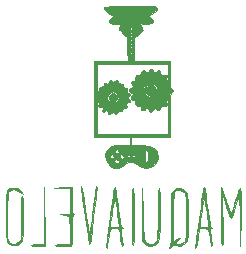
<source format=gbr>
G04 #@! TF.FileFunction,Legend,Bot*
%FSLAX46Y46*%
G04 Gerber Fmt 4.6, Leading zero omitted, Abs format (unit mm)*
G04 Created by KiCad (PCBNEW 4.0.2+dfsg1-stable) date Wed 12 Sep 2018 10:09:28 PM CEST*
%MOMM*%
G01*
G04 APERTURE LIST*
%ADD10C,0.100000*%
%ADD11C,0.010000*%
G04 APERTURE END LIST*
D10*
D11*
G36*
X72785002Y-78747055D02*
X72762865Y-78841183D01*
X72722802Y-79076929D01*
X72668244Y-79429284D01*
X72602619Y-79873239D01*
X72529358Y-80383784D01*
X72451888Y-80935911D01*
X72373639Y-81504611D01*
X72298041Y-82064874D01*
X72228522Y-82591691D01*
X72168511Y-83060054D01*
X72121438Y-83444953D01*
X72090733Y-83721378D01*
X72079823Y-83864322D01*
X72081423Y-83878311D01*
X72132845Y-83844514D01*
X72166248Y-83762880D01*
X72193836Y-83627198D01*
X72235485Y-83376729D01*
X72283470Y-83063959D01*
X72330065Y-82741372D01*
X72367544Y-82461453D01*
X72388181Y-82276686D01*
X72390000Y-82242901D01*
X72465731Y-82223975D01*
X72658443Y-82221615D01*
X72792167Y-82227861D01*
X73194334Y-82253667D01*
X73284389Y-82950500D01*
X73333775Y-83279610D01*
X73385967Y-83542404D01*
X73431757Y-83694692D01*
X73443156Y-83712500D01*
X73468145Y-83670495D01*
X73469279Y-83495885D01*
X73449197Y-83223310D01*
X73410538Y-82887414D01*
X73355940Y-82522838D01*
X73349768Y-82486500D01*
X73337523Y-82284866D01*
X73399599Y-82211639D01*
X73417745Y-82210037D01*
X73488879Y-82193468D01*
X73421915Y-82138294D01*
X73367232Y-82023928D01*
X73366499Y-82020833D01*
X73153210Y-82020833D01*
X73073242Y-82095500D01*
X72850446Y-82126257D01*
X72813334Y-82126667D01*
X72593937Y-82114003D01*
X72496525Y-82058567D01*
X72474563Y-81936167D01*
X72486393Y-81745171D01*
X72518228Y-81449678D01*
X72564370Y-81088376D01*
X72619126Y-80699955D01*
X72676799Y-80323106D01*
X72731696Y-79996518D01*
X72778122Y-79758882D01*
X72810380Y-79648888D01*
X72811442Y-79647519D01*
X72836929Y-79707069D01*
X72877221Y-79899898D01*
X72927292Y-80191117D01*
X72982120Y-80545837D01*
X73036681Y-80929168D01*
X73085948Y-81306221D01*
X73124900Y-81642107D01*
X73148511Y-81901937D01*
X73153210Y-82020833D01*
X73366499Y-82020833D01*
X73301544Y-81746826D01*
X73226002Y-81313150D01*
X73141757Y-80729060D01*
X73102806Y-80430536D01*
X73025443Y-79831623D01*
X72963888Y-79382937D01*
X72914740Y-79066467D01*
X72874598Y-78864199D01*
X72840063Y-78758123D01*
X72807734Y-78730224D01*
X72785002Y-78747055D01*
X72785002Y-78747055D01*
G37*
X72785002Y-78747055D02*
X72762865Y-78841183D01*
X72722802Y-79076929D01*
X72668244Y-79429284D01*
X72602619Y-79873239D01*
X72529358Y-80383784D01*
X72451888Y-80935911D01*
X72373639Y-81504611D01*
X72298041Y-82064874D01*
X72228522Y-82591691D01*
X72168511Y-83060054D01*
X72121438Y-83444953D01*
X72090733Y-83721378D01*
X72079823Y-83864322D01*
X72081423Y-83878311D01*
X72132845Y-83844514D01*
X72166248Y-83762880D01*
X72193836Y-83627198D01*
X72235485Y-83376729D01*
X72283470Y-83063959D01*
X72330065Y-82741372D01*
X72367544Y-82461453D01*
X72388181Y-82276686D01*
X72390000Y-82242901D01*
X72465731Y-82223975D01*
X72658443Y-82221615D01*
X72792167Y-82227861D01*
X73194334Y-82253667D01*
X73284389Y-82950500D01*
X73333775Y-83279610D01*
X73385967Y-83542404D01*
X73431757Y-83694692D01*
X73443156Y-83712500D01*
X73468145Y-83670495D01*
X73469279Y-83495885D01*
X73449197Y-83223310D01*
X73410538Y-82887414D01*
X73355940Y-82522838D01*
X73349768Y-82486500D01*
X73337523Y-82284866D01*
X73399599Y-82211639D01*
X73417745Y-82210037D01*
X73488879Y-82193468D01*
X73421915Y-82138294D01*
X73367232Y-82023928D01*
X73366499Y-82020833D01*
X73153210Y-82020833D01*
X73073242Y-82095500D01*
X72850446Y-82126257D01*
X72813334Y-82126667D01*
X72593937Y-82114003D01*
X72496525Y-82058567D01*
X72474563Y-81936167D01*
X72486393Y-81745171D01*
X72518228Y-81449678D01*
X72564370Y-81088376D01*
X72619126Y-80699955D01*
X72676799Y-80323106D01*
X72731696Y-79996518D01*
X72778122Y-79758882D01*
X72810380Y-79648888D01*
X72811442Y-79647519D01*
X72836929Y-79707069D01*
X72877221Y-79899898D01*
X72927292Y-80191117D01*
X72982120Y-80545837D01*
X73036681Y-80929168D01*
X73085948Y-81306221D01*
X73124900Y-81642107D01*
X73148511Y-81901937D01*
X73153210Y-82020833D01*
X73366499Y-82020833D01*
X73301544Y-81746826D01*
X73226002Y-81313150D01*
X73141757Y-80729060D01*
X73102806Y-80430536D01*
X73025443Y-79831623D01*
X72963888Y-79382937D01*
X72914740Y-79066467D01*
X72874598Y-78864199D01*
X72840063Y-78758123D01*
X72807734Y-78730224D01*
X72785002Y-78747055D01*
G36*
X70544598Y-78844672D02*
X70254771Y-79006666D01*
X70221208Y-79038429D01*
X70007445Y-79252192D01*
X70026510Y-81405778D01*
X70030717Y-82107943D01*
X70029010Y-82657712D01*
X70020721Y-83071941D01*
X70005179Y-83367484D01*
X69981715Y-83561198D01*
X69949660Y-83669938D01*
X69935723Y-83691728D01*
X69855100Y-83823699D01*
X69888910Y-83858556D01*
X70007699Y-83788467D01*
X70073365Y-83728339D01*
X70221161Y-83614035D01*
X70368917Y-83618379D01*
X70473070Y-83660636D01*
X70661135Y-83717998D01*
X70847663Y-83687484D01*
X70997166Y-83623398D01*
X71215003Y-83474169D01*
X71363773Y-83291913D01*
X71375924Y-83264607D01*
X71406181Y-83098716D01*
X71429581Y-82799147D01*
X71446247Y-82396949D01*
X71456298Y-81923172D01*
X71459856Y-81408866D01*
X71459008Y-81250789D01*
X71289334Y-81250789D01*
X71288574Y-81881609D01*
X71285136Y-82365117D01*
X71277283Y-82723329D01*
X71263276Y-82978264D01*
X71241380Y-83151940D01*
X71209855Y-83266374D01*
X71166965Y-83343584D01*
X71120000Y-83396667D01*
X70939748Y-83506666D01*
X70713567Y-83561787D01*
X70509802Y-83553233D01*
X70404895Y-83488713D01*
X70433239Y-83393030D01*
X70565456Y-83260318D01*
X70590243Y-83241613D01*
X70729085Y-83112411D01*
X70765616Y-83016934D01*
X70759678Y-83008122D01*
X70661927Y-83015007D01*
X70511201Y-83118237D01*
X70500376Y-83128222D01*
X70347400Y-83256393D01*
X70248319Y-83311936D01*
X70246710Y-83312000D01*
X70222545Y-83232003D01*
X70204358Y-83010460D01*
X70191865Y-82675044D01*
X70184780Y-82253424D01*
X70182817Y-81773273D01*
X70185689Y-81262263D01*
X70193112Y-80748064D01*
X70204798Y-80258349D01*
X70220463Y-79820789D01*
X70239821Y-79463056D01*
X70262585Y-79212820D01*
X70288470Y-79097754D01*
X70290267Y-79095600D01*
X70471043Y-79013817D01*
X70727954Y-78999933D01*
X70983609Y-79050416D01*
X71134500Y-79134122D01*
X71184036Y-79191121D01*
X71221788Y-79275227D01*
X71249335Y-79408020D01*
X71268255Y-79611078D01*
X71280127Y-79905980D01*
X71286528Y-80314305D01*
X71289039Y-80857632D01*
X71289334Y-81250789D01*
X71459008Y-81250789D01*
X71457043Y-80885079D01*
X71447978Y-80382860D01*
X71432783Y-79933259D01*
X71411579Y-79567326D01*
X71384487Y-79316108D01*
X71360171Y-79221267D01*
X71139217Y-78958702D01*
X70853386Y-78830927D01*
X70544598Y-78844672D01*
X70544598Y-78844672D01*
G37*
X70544598Y-78844672D02*
X70254771Y-79006666D01*
X70221208Y-79038429D01*
X70007445Y-79252192D01*
X70026510Y-81405778D01*
X70030717Y-82107943D01*
X70029010Y-82657712D01*
X70020721Y-83071941D01*
X70005179Y-83367484D01*
X69981715Y-83561198D01*
X69949660Y-83669938D01*
X69935723Y-83691728D01*
X69855100Y-83823699D01*
X69888910Y-83858556D01*
X70007699Y-83788467D01*
X70073365Y-83728339D01*
X70221161Y-83614035D01*
X70368917Y-83618379D01*
X70473070Y-83660636D01*
X70661135Y-83717998D01*
X70847663Y-83687484D01*
X70997166Y-83623398D01*
X71215003Y-83474169D01*
X71363773Y-83291913D01*
X71375924Y-83264607D01*
X71406181Y-83098716D01*
X71429581Y-82799147D01*
X71446247Y-82396949D01*
X71456298Y-81923172D01*
X71459856Y-81408866D01*
X71459008Y-81250789D01*
X71289334Y-81250789D01*
X71288574Y-81881609D01*
X71285136Y-82365117D01*
X71277283Y-82723329D01*
X71263276Y-82978264D01*
X71241380Y-83151940D01*
X71209855Y-83266374D01*
X71166965Y-83343584D01*
X71120000Y-83396667D01*
X70939748Y-83506666D01*
X70713567Y-83561787D01*
X70509802Y-83553233D01*
X70404895Y-83488713D01*
X70433239Y-83393030D01*
X70565456Y-83260318D01*
X70590243Y-83241613D01*
X70729085Y-83112411D01*
X70765616Y-83016934D01*
X70759678Y-83008122D01*
X70661927Y-83015007D01*
X70511201Y-83118237D01*
X70500376Y-83128222D01*
X70347400Y-83256393D01*
X70248319Y-83311936D01*
X70246710Y-83312000D01*
X70222545Y-83232003D01*
X70204358Y-83010460D01*
X70191865Y-82675044D01*
X70184780Y-82253424D01*
X70182817Y-81773273D01*
X70185689Y-81262263D01*
X70193112Y-80748064D01*
X70204798Y-80258349D01*
X70220463Y-79820789D01*
X70239821Y-79463056D01*
X70262585Y-79212820D01*
X70288470Y-79097754D01*
X70290267Y-79095600D01*
X70471043Y-79013817D01*
X70727954Y-78999933D01*
X70983609Y-79050416D01*
X71134500Y-79134122D01*
X71184036Y-79191121D01*
X71221788Y-79275227D01*
X71249335Y-79408020D01*
X71268255Y-79611078D01*
X71280127Y-79905980D01*
X71286528Y-80314305D01*
X71289039Y-80857632D01*
X71289334Y-81250789D01*
X71459008Y-81250789D01*
X71457043Y-80885079D01*
X71447978Y-80382860D01*
X71432783Y-79933259D01*
X71411579Y-79567326D01*
X71384487Y-79316108D01*
X71360171Y-79221267D01*
X71139217Y-78958702D01*
X70853386Y-78830927D01*
X70544598Y-78844672D01*
G36*
X65193539Y-78792342D02*
X65193334Y-78796756D01*
X65181665Y-78892109D01*
X65148707Y-79133263D01*
X65097535Y-79498450D01*
X65031223Y-79965900D01*
X64952847Y-80513842D01*
X64865480Y-81120509D01*
X64850586Y-81223552D01*
X64762792Y-81845009D01*
X64685783Y-82418110D01*
X64622364Y-82919640D01*
X64575341Y-83326388D01*
X64547522Y-83615138D01*
X64541712Y-83762679D01*
X64542723Y-83770295D01*
X64574069Y-83882015D01*
X64589137Y-83878551D01*
X64606142Y-83766238D01*
X64640151Y-83534407D01*
X64684114Y-83231156D01*
X64688431Y-83201218D01*
X64749254Y-82781372D01*
X64798099Y-82500717D01*
X64850200Y-82331310D01*
X64920790Y-82245208D01*
X65025104Y-82214469D01*
X65178376Y-82211152D01*
X65228102Y-82211333D01*
X65410452Y-82216007D01*
X65534024Y-82249307D01*
X65614575Y-82340148D01*
X65667861Y-82517448D01*
X65709638Y-82810122D01*
X65747112Y-83163833D01*
X65787791Y-83449817D01*
X65838595Y-83654793D01*
X65888680Y-83735291D01*
X65889709Y-83735333D01*
X65937889Y-83666674D01*
X65928598Y-83544833D01*
X65896766Y-83363351D01*
X65858279Y-83078125D01*
X65824889Y-82782833D01*
X65799912Y-82466687D01*
X65807705Y-82287690D01*
X65850958Y-82216350D01*
X65876986Y-82211333D01*
X65930676Y-82183709D01*
X65875553Y-82126667D01*
X65631551Y-82126667D01*
X65243109Y-82126667D01*
X65013229Y-82119727D01*
X64873875Y-82102136D01*
X64854667Y-82091119D01*
X64866804Y-81973347D01*
X64899514Y-81731840D01*
X64947248Y-81402581D01*
X65004455Y-81021556D01*
X65065585Y-80624748D01*
X65125089Y-80248142D01*
X65177416Y-79927723D01*
X65217016Y-79699475D01*
X65238339Y-79599382D01*
X65239216Y-79597843D01*
X65274226Y-79629265D01*
X65315910Y-79796217D01*
X65366120Y-80108902D01*
X65426710Y-80577524D01*
X65444802Y-80729667D01*
X65491265Y-81114920D01*
X65536901Y-81474894D01*
X65573869Y-81748254D01*
X65582854Y-81809167D01*
X65631551Y-82126667D01*
X65875553Y-82126667D01*
X65855098Y-82105500D01*
X65798825Y-82014252D01*
X65741989Y-81820783D01*
X65681538Y-81509007D01*
X65614421Y-81062837D01*
X65537587Y-80466185D01*
X65525894Y-80369833D01*
X65461894Y-79866894D01*
X65399541Y-79426952D01*
X65342991Y-79075603D01*
X65296400Y-78838446D01*
X65263922Y-78741078D01*
X65261312Y-78740000D01*
X65193539Y-78792342D01*
X65193539Y-78792342D01*
G37*
X65193539Y-78792342D02*
X65193334Y-78796756D01*
X65181665Y-78892109D01*
X65148707Y-79133263D01*
X65097535Y-79498450D01*
X65031223Y-79965900D01*
X64952847Y-80513842D01*
X64865480Y-81120509D01*
X64850586Y-81223552D01*
X64762792Y-81845009D01*
X64685783Y-82418110D01*
X64622364Y-82919640D01*
X64575341Y-83326388D01*
X64547522Y-83615138D01*
X64541712Y-83762679D01*
X64542723Y-83770295D01*
X64574069Y-83882015D01*
X64589137Y-83878551D01*
X64606142Y-83766238D01*
X64640151Y-83534407D01*
X64684114Y-83231156D01*
X64688431Y-83201218D01*
X64749254Y-82781372D01*
X64798099Y-82500717D01*
X64850200Y-82331310D01*
X64920790Y-82245208D01*
X65025104Y-82214469D01*
X65178376Y-82211152D01*
X65228102Y-82211333D01*
X65410452Y-82216007D01*
X65534024Y-82249307D01*
X65614575Y-82340148D01*
X65667861Y-82517448D01*
X65709638Y-82810122D01*
X65747112Y-83163833D01*
X65787791Y-83449817D01*
X65838595Y-83654793D01*
X65888680Y-83735291D01*
X65889709Y-83735333D01*
X65937889Y-83666674D01*
X65928598Y-83544833D01*
X65896766Y-83363351D01*
X65858279Y-83078125D01*
X65824889Y-82782833D01*
X65799912Y-82466687D01*
X65807705Y-82287690D01*
X65850958Y-82216350D01*
X65876986Y-82211333D01*
X65930676Y-82183709D01*
X65875553Y-82126667D01*
X65631551Y-82126667D01*
X65243109Y-82126667D01*
X65013229Y-82119727D01*
X64873875Y-82102136D01*
X64854667Y-82091119D01*
X64866804Y-81973347D01*
X64899514Y-81731840D01*
X64947248Y-81402581D01*
X65004455Y-81021556D01*
X65065585Y-80624748D01*
X65125089Y-80248142D01*
X65177416Y-79927723D01*
X65217016Y-79699475D01*
X65238339Y-79599382D01*
X65239216Y-79597843D01*
X65274226Y-79629265D01*
X65315910Y-79796217D01*
X65366120Y-80108902D01*
X65426710Y-80577524D01*
X65444802Y-80729667D01*
X65491265Y-81114920D01*
X65536901Y-81474894D01*
X65573869Y-81748254D01*
X65582854Y-81809167D01*
X65631551Y-82126667D01*
X65875553Y-82126667D01*
X65855098Y-82105500D01*
X65798825Y-82014252D01*
X65741989Y-81820783D01*
X65681538Y-81509007D01*
X65614421Y-81062837D01*
X65537587Y-80466185D01*
X65525894Y-80369833D01*
X65461894Y-79866894D01*
X65399541Y-79426952D01*
X65342991Y-79075603D01*
X65296400Y-78838446D01*
X65263922Y-78741078D01*
X65261312Y-78740000D01*
X65193539Y-78792342D01*
G36*
X67599129Y-81054624D02*
X67606334Y-83326914D01*
X67843888Y-83531124D01*
X68094320Y-83696043D01*
X68332029Y-83718258D01*
X68580000Y-83627074D01*
X68727184Y-83539773D01*
X68843137Y-83428596D01*
X68931512Y-83273772D01*
X68995962Y-83055531D01*
X69040138Y-82754101D01*
X69067693Y-82349711D01*
X69082279Y-81822591D01*
X69087549Y-81152969D01*
X69087869Y-80877833D01*
X69084681Y-80228571D01*
X69075408Y-79685083D01*
X69060624Y-79261958D01*
X69040899Y-78973787D01*
X69016807Y-78835158D01*
X69007343Y-78824667D01*
X68982021Y-78906793D01*
X68958595Y-79143019D01*
X68937800Y-79518115D01*
X68920370Y-80016851D01*
X68907042Y-80623998D01*
X68901510Y-81017271D01*
X68892984Y-81688088D01*
X68883590Y-82210318D01*
X68871696Y-82604706D01*
X68855670Y-82891997D01*
X68833880Y-83092936D01*
X68804695Y-83228267D01*
X68766483Y-83318735D01*
X68717612Y-83385086D01*
X68715045Y-83387938D01*
X68477210Y-83542755D01*
X68204469Y-83565702D01*
X67955030Y-83460164D01*
X67841119Y-83337118D01*
X67793886Y-83246875D01*
X67756160Y-83122434D01*
X67726184Y-82942755D01*
X67702203Y-82686803D01*
X67682460Y-82333540D01*
X67665200Y-81861930D01*
X67648667Y-81250935D01*
X67641462Y-80945285D01*
X67591924Y-78782333D01*
X67599129Y-81054624D01*
X67599129Y-81054624D01*
G37*
X67599129Y-81054624D02*
X67606334Y-83326914D01*
X67843888Y-83531124D01*
X68094320Y-83696043D01*
X68332029Y-83718258D01*
X68580000Y-83627074D01*
X68727184Y-83539773D01*
X68843137Y-83428596D01*
X68931512Y-83273772D01*
X68995962Y-83055531D01*
X69040138Y-82754101D01*
X69067693Y-82349711D01*
X69082279Y-81822591D01*
X69087549Y-81152969D01*
X69087869Y-80877833D01*
X69084681Y-80228571D01*
X69075408Y-79685083D01*
X69060624Y-79261958D01*
X69040899Y-78973787D01*
X69016807Y-78835158D01*
X69007343Y-78824667D01*
X68982021Y-78906793D01*
X68958595Y-79143019D01*
X68937800Y-79518115D01*
X68920370Y-80016851D01*
X68907042Y-80623998D01*
X68901510Y-81017271D01*
X68892984Y-81688088D01*
X68883590Y-82210318D01*
X68871696Y-82604706D01*
X68855670Y-82891997D01*
X68833880Y-83092936D01*
X68804695Y-83228267D01*
X68766483Y-83318735D01*
X68717612Y-83385086D01*
X68715045Y-83387938D01*
X68477210Y-83542755D01*
X68204469Y-83565702D01*
X67955030Y-83460164D01*
X67841119Y-83337118D01*
X67793886Y-83246875D01*
X67756160Y-83122434D01*
X67726184Y-82942755D01*
X67702203Y-82686803D01*
X67682460Y-82333540D01*
X67665200Y-81861930D01*
X67648667Y-81250935D01*
X67641462Y-80945285D01*
X67591924Y-78782333D01*
X67599129Y-81054624D01*
G36*
X60896500Y-78757039D02*
X60155667Y-78774077D01*
X60811834Y-78802933D01*
X61468000Y-78831789D01*
X61468000Y-81026000D01*
X61065834Y-81038716D01*
X60663667Y-81051433D01*
X61044667Y-81102216D01*
X61425667Y-81153000D01*
X61449158Y-82359500D01*
X61472650Y-83566000D01*
X60830328Y-83566000D01*
X60487432Y-83576172D01*
X60286511Y-83605401D01*
X60240334Y-83650667D01*
X60343365Y-83689519D01*
X60562927Y-83717105D01*
X60846524Y-83732317D01*
X61141657Y-83734053D01*
X61395832Y-83721205D01*
X61556550Y-83692669D01*
X61580889Y-83678889D01*
X61600781Y-83578470D01*
X61617600Y-83340043D01*
X61629993Y-82994925D01*
X61636605Y-82574433D01*
X61637334Y-82373611D01*
X61641640Y-81846701D01*
X61655510Y-81471499D01*
X61680372Y-81230578D01*
X61717655Y-81106506D01*
X61743167Y-81082073D01*
X61805559Y-81043819D01*
X61743167Y-81032684D01*
X61697679Y-80983445D01*
X61666179Y-80829970D01*
X61646947Y-80553572D01*
X61638262Y-80135562D01*
X61637334Y-79883000D01*
X61637334Y-78740000D01*
X60896500Y-78757039D01*
X60896500Y-78757039D01*
G37*
X60896500Y-78757039D02*
X60155667Y-78774077D01*
X60811834Y-78802933D01*
X61468000Y-78831789D01*
X61468000Y-81026000D01*
X61065834Y-81038716D01*
X60663667Y-81051433D01*
X61044667Y-81102216D01*
X61425667Y-81153000D01*
X61449158Y-82359500D01*
X61472650Y-83566000D01*
X60830328Y-83566000D01*
X60487432Y-83576172D01*
X60286511Y-83605401D01*
X60240334Y-83650667D01*
X60343365Y-83689519D01*
X60562927Y-83717105D01*
X60846524Y-83732317D01*
X61141657Y-83734053D01*
X61395832Y-83721205D01*
X61556550Y-83692669D01*
X61580889Y-83678889D01*
X61600781Y-83578470D01*
X61617600Y-83340043D01*
X61629993Y-82994925D01*
X61636605Y-82574433D01*
X61637334Y-82373611D01*
X61641640Y-81846701D01*
X61655510Y-81471499D01*
X61680372Y-81230578D01*
X61717655Y-81106506D01*
X61743167Y-81082073D01*
X61805559Y-81043819D01*
X61743167Y-81032684D01*
X61697679Y-80983445D01*
X61666179Y-80829970D01*
X61646947Y-80553572D01*
X61638262Y-80135562D01*
X61637334Y-79883000D01*
X61637334Y-78740000D01*
X60896500Y-78757039D01*
G36*
X59287886Y-81131833D02*
X59264070Y-83566000D01*
X58715035Y-83566000D01*
X58427966Y-83577988D01*
X58231480Y-83609733D01*
X58166000Y-83650667D01*
X58244310Y-83694098D01*
X58454196Y-83724110D01*
X58758092Y-83735333D01*
X59351334Y-83735333D01*
X59311702Y-78697667D01*
X59287886Y-81131833D01*
X59287886Y-81131833D01*
G37*
X59287886Y-81131833D02*
X59264070Y-83566000D01*
X58715035Y-83566000D01*
X58427966Y-83577988D01*
X58231480Y-83609733D01*
X58166000Y-83650667D01*
X58244310Y-83694098D01*
X58454196Y-83724110D01*
X58758092Y-83735333D01*
X59351334Y-83735333D01*
X59311702Y-78697667D01*
X59287886Y-81131833D01*
G36*
X74280724Y-78821158D02*
X74272040Y-79050599D01*
X74264578Y-79407276D01*
X74258661Y-79870138D01*
X74254611Y-80418137D01*
X74252752Y-81030224D01*
X74252667Y-81195333D01*
X74254664Y-81959913D01*
X74260959Y-82566636D01*
X74272008Y-83026936D01*
X74288266Y-83352245D01*
X74310191Y-83553998D01*
X74338236Y-83643628D01*
X74350573Y-83650667D01*
X74381536Y-83604825D01*
X74402505Y-83458318D01*
X74413729Y-83197674D01*
X74415457Y-82809423D01*
X74407938Y-82280091D01*
X74391422Y-81596208D01*
X74389708Y-81534000D01*
X74375275Y-80955563D01*
X74365466Y-80437390D01*
X74360456Y-80002132D01*
X74360416Y-79672443D01*
X74365520Y-79470975D01*
X74373555Y-79417333D01*
X74413604Y-79493180D01*
X74491613Y-79699954D01*
X74596505Y-80006501D01*
X74717206Y-80381671D01*
X74723035Y-80400319D01*
X74845244Y-80770025D01*
X74955586Y-81064088D01*
X75042465Y-81254244D01*
X75094288Y-81312227D01*
X75096414Y-81310486D01*
X75148952Y-81203691D01*
X75238378Y-80972697D01*
X75350787Y-80654838D01*
X75438849Y-80391000D01*
X75558029Y-80032110D01*
X75662062Y-79731301D01*
X75737592Y-79526492D01*
X75766883Y-79459667D01*
X75782591Y-79517071D01*
X75799868Y-79722504D01*
X75817724Y-80054683D01*
X75835165Y-80492323D01*
X75851202Y-81014140D01*
X75863528Y-81534000D01*
X75908056Y-83693000D01*
X75927028Y-81199567D01*
X75929671Y-80539412D01*
X75927291Y-79959384D01*
X75920285Y-79476717D01*
X75909045Y-79108644D01*
X75893965Y-78872401D01*
X75875440Y-78785221D01*
X75871880Y-78786567D01*
X75818001Y-78894750D01*
X75726140Y-79129788D01*
X75609170Y-79457022D01*
X75480334Y-79840667D01*
X75351882Y-80224337D01*
X75236697Y-80549498D01*
X75147362Y-80781849D01*
X75096460Y-80887090D01*
X75096421Y-80887133D01*
X75048658Y-80838229D01*
X74963261Y-80653917D01*
X74851036Y-80361047D01*
X74722790Y-79986470D01*
X74678941Y-79849967D01*
X74549024Y-79447272D01*
X74435227Y-79109773D01*
X74347789Y-78866712D01*
X74296948Y-78747328D01*
X74290308Y-78740000D01*
X74280724Y-78821158D01*
X74280724Y-78821158D01*
G37*
X74280724Y-78821158D02*
X74272040Y-79050599D01*
X74264578Y-79407276D01*
X74258661Y-79870138D01*
X74254611Y-80418137D01*
X74252752Y-81030224D01*
X74252667Y-81195333D01*
X74254664Y-81959913D01*
X74260959Y-82566636D01*
X74272008Y-83026936D01*
X74288266Y-83352245D01*
X74310191Y-83553998D01*
X74338236Y-83643628D01*
X74350573Y-83650667D01*
X74381536Y-83604825D01*
X74402505Y-83458318D01*
X74413729Y-83197674D01*
X74415457Y-82809423D01*
X74407938Y-82280091D01*
X74391422Y-81596208D01*
X74389708Y-81534000D01*
X74375275Y-80955563D01*
X74365466Y-80437390D01*
X74360456Y-80002132D01*
X74360416Y-79672443D01*
X74365520Y-79470975D01*
X74373555Y-79417333D01*
X74413604Y-79493180D01*
X74491613Y-79699954D01*
X74596505Y-80006501D01*
X74717206Y-80381671D01*
X74723035Y-80400319D01*
X74845244Y-80770025D01*
X74955586Y-81064088D01*
X75042465Y-81254244D01*
X75094288Y-81312227D01*
X75096414Y-81310486D01*
X75148952Y-81203691D01*
X75238378Y-80972697D01*
X75350787Y-80654838D01*
X75438849Y-80391000D01*
X75558029Y-80032110D01*
X75662062Y-79731301D01*
X75737592Y-79526492D01*
X75766883Y-79459667D01*
X75782591Y-79517071D01*
X75799868Y-79722504D01*
X75817724Y-80054683D01*
X75835165Y-80492323D01*
X75851202Y-81014140D01*
X75863528Y-81534000D01*
X75908056Y-83693000D01*
X75927028Y-81199567D01*
X75929671Y-80539412D01*
X75927291Y-79959384D01*
X75920285Y-79476717D01*
X75909045Y-79108644D01*
X75893965Y-78872401D01*
X75875440Y-78785221D01*
X75871880Y-78786567D01*
X75818001Y-78894750D01*
X75726140Y-79129788D01*
X75609170Y-79457022D01*
X75480334Y-79840667D01*
X75351882Y-80224337D01*
X75236697Y-80549498D01*
X75147362Y-80781849D01*
X75096460Y-80887090D01*
X75096421Y-80887133D01*
X75048658Y-80838229D01*
X74963261Y-80653917D01*
X74851036Y-80361047D01*
X74722790Y-79986470D01*
X74678941Y-79849967D01*
X74549024Y-79447272D01*
X74435227Y-79109773D01*
X74347789Y-78866712D01*
X74296948Y-78747328D01*
X74290308Y-78740000D01*
X74280724Y-78821158D01*
G36*
X66774354Y-78847857D02*
X66752060Y-79080369D01*
X66735199Y-79477605D01*
X66723849Y-80037302D01*
X66718092Y-80757196D01*
X66717334Y-81190336D01*
X66720213Y-81973462D01*
X66728715Y-82614153D01*
X66742638Y-83106543D01*
X66761780Y-83444765D01*
X66785940Y-83622953D01*
X66802000Y-83650667D01*
X66829182Y-83567041D01*
X66851372Y-83320196D01*
X66868359Y-82916176D01*
X66879930Y-82361027D01*
X66885872Y-81660795D01*
X66886667Y-81242663D01*
X66883701Y-80488968D01*
X66875023Y-79860370D01*
X66860965Y-79366501D01*
X66841859Y-79016996D01*
X66818035Y-78821489D01*
X66802000Y-78782333D01*
X66774354Y-78847857D01*
X66774354Y-78847857D01*
G37*
X66774354Y-78847857D02*
X66752060Y-79080369D01*
X66735199Y-79477605D01*
X66723849Y-80037302D01*
X66718092Y-80757196D01*
X66717334Y-81190336D01*
X66720213Y-81973462D01*
X66728715Y-82614153D01*
X66742638Y-83106543D01*
X66761780Y-83444765D01*
X66785940Y-83622953D01*
X66802000Y-83650667D01*
X66829182Y-83567041D01*
X66851372Y-83320196D01*
X66868359Y-82916176D01*
X66879930Y-82361027D01*
X66885872Y-81660795D01*
X66886667Y-81242663D01*
X66883701Y-80488968D01*
X66875023Y-79860370D01*
X66860965Y-79366501D01*
X66841859Y-79016996D01*
X66818035Y-78821489D01*
X66802000Y-78782333D01*
X66774354Y-78847857D01*
G36*
X56526634Y-78828838D02*
X56371269Y-78853714D01*
X56253903Y-78917836D01*
X56169208Y-79039745D01*
X56111856Y-79237983D01*
X56076519Y-79531090D01*
X56057872Y-79937609D01*
X56050586Y-80476080D01*
X56049334Y-81165045D01*
X56049334Y-81177405D01*
X56051618Y-81859858D01*
X56060097Y-82393425D01*
X56077208Y-82798509D01*
X56105390Y-83095515D01*
X56147083Y-83304847D01*
X56204724Y-83446911D01*
X56280753Y-83542111D01*
X56337175Y-83585870D01*
X56523560Y-83638959D01*
X56784973Y-83640478D01*
X57036890Y-83595580D01*
X57167839Y-83535241D01*
X57306244Y-83374200D01*
X57400672Y-83193755D01*
X57429814Y-83035894D01*
X57453150Y-82750995D01*
X57470653Y-82369294D01*
X57482295Y-81921027D01*
X57488050Y-81436431D01*
X57487890Y-80945742D01*
X57481789Y-80479197D01*
X57469720Y-80067030D01*
X57451655Y-79739479D01*
X57427568Y-79526780D01*
X57404000Y-79459667D01*
X57373246Y-79522660D01*
X57349259Y-79751617D01*
X57332188Y-80143295D01*
X57322180Y-80694452D01*
X57319334Y-81311191D01*
X57319334Y-83215043D01*
X57096249Y-83390521D01*
X56808130Y-83543176D01*
X56546374Y-83529621D01*
X56315356Y-83350150D01*
X56305244Y-83337532D01*
X56248189Y-83258261D01*
X56205071Y-83169476D01*
X56174308Y-83048532D01*
X56154318Y-82872780D01*
X56143517Y-82619574D01*
X56140323Y-82266265D01*
X56143154Y-81790207D01*
X56150427Y-81168751D01*
X56150933Y-81129249D01*
X56159860Y-80497655D01*
X56169642Y-80013983D01*
X56182215Y-79656826D01*
X56199513Y-79404776D01*
X56223469Y-79236426D01*
X56256020Y-79130367D01*
X56299098Y-79065193D01*
X56340683Y-79029384D01*
X56625800Y-78916872D01*
X56931831Y-78951839D01*
X57205162Y-79126131D01*
X57378678Y-79276873D01*
X57453916Y-79297614D01*
X57418705Y-79196922D01*
X57314374Y-79049259D01*
X57172151Y-78907097D01*
X56997213Y-78840845D01*
X56725323Y-78824667D01*
X56526634Y-78828838D01*
X56526634Y-78828838D01*
G37*
X56526634Y-78828838D02*
X56371269Y-78853714D01*
X56253903Y-78917836D01*
X56169208Y-79039745D01*
X56111856Y-79237983D01*
X56076519Y-79531090D01*
X56057872Y-79937609D01*
X56050586Y-80476080D01*
X56049334Y-81165045D01*
X56049334Y-81177405D01*
X56051618Y-81859858D01*
X56060097Y-82393425D01*
X56077208Y-82798509D01*
X56105390Y-83095515D01*
X56147083Y-83304847D01*
X56204724Y-83446911D01*
X56280753Y-83542111D01*
X56337175Y-83585870D01*
X56523560Y-83638959D01*
X56784973Y-83640478D01*
X57036890Y-83595580D01*
X57167839Y-83535241D01*
X57306244Y-83374200D01*
X57400672Y-83193755D01*
X57429814Y-83035894D01*
X57453150Y-82750995D01*
X57470653Y-82369294D01*
X57482295Y-81921027D01*
X57488050Y-81436431D01*
X57487890Y-80945742D01*
X57481789Y-80479197D01*
X57469720Y-80067030D01*
X57451655Y-79739479D01*
X57427568Y-79526780D01*
X57404000Y-79459667D01*
X57373246Y-79522660D01*
X57349259Y-79751617D01*
X57332188Y-80143295D01*
X57322180Y-80694452D01*
X57319334Y-81311191D01*
X57319334Y-83215043D01*
X57096249Y-83390521D01*
X56808130Y-83543176D01*
X56546374Y-83529621D01*
X56315356Y-83350150D01*
X56305244Y-83337532D01*
X56248189Y-83258261D01*
X56205071Y-83169476D01*
X56174308Y-83048532D01*
X56154318Y-82872780D01*
X56143517Y-82619574D01*
X56140323Y-82266265D01*
X56143154Y-81790207D01*
X56150427Y-81168751D01*
X56150933Y-81129249D01*
X56159860Y-80497655D01*
X56169642Y-80013983D01*
X56182215Y-79656826D01*
X56199513Y-79404776D01*
X56223469Y-79236426D01*
X56256020Y-79130367D01*
X56299098Y-79065193D01*
X56340683Y-79029384D01*
X56625800Y-78916872D01*
X56931831Y-78951839D01*
X57205162Y-79126131D01*
X57378678Y-79276873D01*
X57453916Y-79297614D01*
X57418705Y-79196922D01*
X57314374Y-79049259D01*
X57172151Y-78907097D01*
X56997213Y-78840845D01*
X56725323Y-78824667D01*
X56526634Y-78828838D01*
G36*
X62402875Y-78750169D02*
X62401728Y-78874055D01*
X62414641Y-79036128D01*
X62449010Y-79327393D01*
X62500861Y-79721404D01*
X62566219Y-80191717D01*
X62641109Y-80711884D01*
X62721556Y-81255460D01*
X62803585Y-81795999D01*
X62883223Y-82307055D01*
X62956493Y-82762182D01*
X63019421Y-83134934D01*
X63068032Y-83398865D01*
X63098352Y-83527530D01*
X63102290Y-83535178D01*
X63154945Y-83505108D01*
X63195958Y-83385490D01*
X63217374Y-83245896D01*
X63253862Y-82964714D01*
X63302192Y-82568697D01*
X63359136Y-82084598D01*
X63421465Y-81539171D01*
X63455212Y-81237667D01*
X63519883Y-80660412D01*
X63581319Y-80120789D01*
X63636123Y-79647971D01*
X63680896Y-79271131D01*
X63712239Y-79019443D01*
X63721514Y-78951667D01*
X63739575Y-78736992D01*
X63706615Y-78682479D01*
X63686229Y-78697667D01*
X63651391Y-78804409D01*
X63603883Y-79052790D01*
X63547793Y-79415943D01*
X63487213Y-79867005D01*
X63426231Y-80379111D01*
X63415531Y-80475667D01*
X63355174Y-81013266D01*
X63296540Y-81511246D01*
X63243532Y-81938258D01*
X63200056Y-82262956D01*
X63170015Y-82453995D01*
X63167734Y-82465333D01*
X63105435Y-82761667D01*
X63049754Y-82507667D01*
X63021114Y-82348996D01*
X62973155Y-82051971D01*
X62910387Y-81645886D01*
X62837320Y-81160036D01*
X62758463Y-80623714D01*
X62737845Y-80481530D01*
X62636916Y-79798116D01*
X62555244Y-79278464D01*
X62491917Y-78918208D01*
X62446021Y-78712984D01*
X62416645Y-78658426D01*
X62402875Y-78750169D01*
X62402875Y-78750169D01*
G37*
X62402875Y-78750169D02*
X62401728Y-78874055D01*
X62414641Y-79036128D01*
X62449010Y-79327393D01*
X62500861Y-79721404D01*
X62566219Y-80191717D01*
X62641109Y-80711884D01*
X62721556Y-81255460D01*
X62803585Y-81795999D01*
X62883223Y-82307055D01*
X62956493Y-82762182D01*
X63019421Y-83134934D01*
X63068032Y-83398865D01*
X63098352Y-83527530D01*
X63102290Y-83535178D01*
X63154945Y-83505108D01*
X63195958Y-83385490D01*
X63217374Y-83245896D01*
X63253862Y-82964714D01*
X63302192Y-82568697D01*
X63359136Y-82084598D01*
X63421465Y-81539171D01*
X63455212Y-81237667D01*
X63519883Y-80660412D01*
X63581319Y-80120789D01*
X63636123Y-79647971D01*
X63680896Y-79271131D01*
X63712239Y-79019443D01*
X63721514Y-78951667D01*
X63739575Y-78736992D01*
X63706615Y-78682479D01*
X63686229Y-78697667D01*
X63651391Y-78804409D01*
X63603883Y-79052790D01*
X63547793Y-79415943D01*
X63487213Y-79867005D01*
X63426231Y-80379111D01*
X63415531Y-80475667D01*
X63355174Y-81013266D01*
X63296540Y-81511246D01*
X63243532Y-81938258D01*
X63200056Y-82262956D01*
X63170015Y-82453995D01*
X63167734Y-82465333D01*
X63105435Y-82761667D01*
X63049754Y-82507667D01*
X63021114Y-82348996D01*
X62973155Y-82051971D01*
X62910387Y-81645886D01*
X62837320Y-81160036D01*
X62758463Y-80623714D01*
X62737845Y-80481530D01*
X62636916Y-79798116D01*
X62555244Y-79278464D01*
X62491917Y-78918208D01*
X62446021Y-78712984D01*
X62416645Y-78658426D01*
X62402875Y-78750169D01*
G36*
X65950361Y-63418487D02*
X65370779Y-63427610D01*
X64912705Y-63442193D01*
X64589925Y-63461728D01*
X64416228Y-63485705D01*
X64390082Y-63498250D01*
X64383356Y-63653975D01*
X64503732Y-63837488D01*
X64721710Y-64012164D01*
X64864971Y-64087851D01*
X65200280Y-64237973D01*
X64985140Y-64378938D01*
X64810346Y-64547333D01*
X64785721Y-64703899D01*
X64892266Y-64829341D01*
X65110982Y-64904361D01*
X65422870Y-64909662D01*
X65498300Y-64900131D01*
X65868565Y-64844606D01*
X65721450Y-65107838D01*
X65630846Y-65291121D01*
X65629996Y-65394526D01*
X65706581Y-65472702D01*
X65850098Y-65637172D01*
X65895204Y-65724534D01*
X66015046Y-65871272D01*
X66143957Y-65945893D01*
X66224834Y-65983915D01*
X66279351Y-66047108D01*
X66312911Y-66165535D01*
X66330913Y-66369258D01*
X66338761Y-66688339D01*
X66341345Y-67044526D01*
X66346356Y-68072000D01*
X63500000Y-68072000D01*
X63500000Y-74506667D01*
X66548000Y-74506667D01*
X66548000Y-75184000D01*
X65866463Y-75184000D01*
X65371778Y-75208253D01*
X65010949Y-75288821D01*
X64754477Y-75437423D01*
X64572862Y-75665772D01*
X64550816Y-75706538D01*
X64455793Y-76047412D01*
X64497331Y-76385478D01*
X64649883Y-76690678D01*
X64887903Y-76932957D01*
X65185843Y-77082257D01*
X65518159Y-77108521D01*
X65702215Y-77061233D01*
X65923941Y-76943143D01*
X66116455Y-76801616D01*
X66410040Y-76649232D01*
X66757667Y-76629359D01*
X67110003Y-76740387D01*
X67265446Y-76839046D01*
X67593850Y-77020152D01*
X67942672Y-77100680D01*
X68250380Y-77067611D01*
X68283667Y-77054501D01*
X68592917Y-76838152D01*
X68801235Y-76528789D01*
X68891154Y-76172080D01*
X68889307Y-76157667D01*
X68072000Y-76157667D01*
X68063522Y-76466357D01*
X68033226Y-76637928D01*
X67973823Y-76703970D01*
X67945000Y-76708000D01*
X67873764Y-76671259D01*
X67834171Y-76539978D01*
X67832093Y-76504878D01*
X65589328Y-76504878D01*
X65583088Y-76653172D01*
X65474988Y-76730908D01*
X65328773Y-76702866D01*
X65289149Y-76670729D01*
X65218466Y-76533523D01*
X65230646Y-76462125D01*
X65363043Y-76374622D01*
X65515356Y-76409947D01*
X65589328Y-76504878D01*
X67832093Y-76504878D01*
X67818930Y-76282565D01*
X67818000Y-76157667D01*
X67819162Y-76115333D01*
X67056000Y-76115333D01*
X66985088Y-76184123D01*
X66886667Y-76200000D01*
X66749087Y-76164544D01*
X66717334Y-76115333D01*
X66632667Y-76115333D01*
X66561755Y-76184123D01*
X66463334Y-76200000D01*
X66362799Y-76174091D01*
X66025326Y-76174091D01*
X66007827Y-76246388D01*
X65909353Y-76361041D01*
X65767546Y-76312893D01*
X65724883Y-76274349D01*
X65673720Y-76147121D01*
X65174135Y-76147121D01*
X65120527Y-76275466D01*
X65102677Y-76288368D01*
X64951243Y-76306812D01*
X64837333Y-76214535D01*
X64826425Y-76066810D01*
X64936051Y-75958197D01*
X64993383Y-75946000D01*
X65123024Y-76009953D01*
X65174135Y-76147121D01*
X65673720Y-76147121D01*
X65666654Y-76129550D01*
X65719912Y-75994030D01*
X65832395Y-75946000D01*
X65980491Y-76013402D01*
X66025326Y-76174091D01*
X66362799Y-76174091D01*
X66325753Y-76164544D01*
X66294000Y-76115333D01*
X66364913Y-76046543D01*
X66463334Y-76030667D01*
X66600914Y-76066123D01*
X66632667Y-76115333D01*
X66717334Y-76115333D01*
X66788246Y-76046543D01*
X66886667Y-76030667D01*
X67024248Y-76066123D01*
X67056000Y-76115333D01*
X67819162Y-76115333D01*
X67826479Y-75848976D01*
X67848584Y-75723787D01*
X65597469Y-75723787D01*
X65543860Y-75852132D01*
X65526011Y-75865035D01*
X65374577Y-75883479D01*
X65260666Y-75791202D01*
X65249758Y-75643476D01*
X65359385Y-75534864D01*
X65416716Y-75522667D01*
X65546358Y-75586620D01*
X65597469Y-75723787D01*
X67848584Y-75723787D01*
X67856775Y-75677405D01*
X67916178Y-75611363D01*
X67945000Y-75607333D01*
X68016237Y-75644074D01*
X68055830Y-75775355D01*
X68071071Y-76032768D01*
X68072000Y-76157667D01*
X68889307Y-76157667D01*
X68845211Y-75813689D01*
X68799185Y-75706538D01*
X68640556Y-75478143D01*
X68422685Y-75323287D01*
X68115417Y-75230715D01*
X67688592Y-75189175D01*
X67398872Y-75184000D01*
X66632667Y-75184000D01*
X66632667Y-74506667D01*
X69934667Y-74506667D01*
X69950152Y-72876833D01*
X69954143Y-72351937D01*
X69955941Y-71871039D01*
X69955608Y-71501000D01*
X69765334Y-71501000D01*
X69719616Y-71613672D01*
X69680667Y-71628000D01*
X69605553Y-71559423D01*
X69596000Y-71501000D01*
X69641718Y-71388328D01*
X69680667Y-71374000D01*
X69755782Y-71442576D01*
X69765334Y-71501000D01*
X69955608Y-71501000D01*
X69955575Y-71465369D01*
X69953075Y-71166161D01*
X69948470Y-71004645D01*
X69948399Y-71003616D01*
X69991027Y-70759882D01*
X70081081Y-70643782D01*
X70170517Y-70558821D01*
X68867898Y-70558821D01*
X68838706Y-70726622D01*
X68669171Y-70984275D01*
X68432959Y-71100303D01*
X68166910Y-71067092D01*
X67941152Y-70912182D01*
X67767187Y-70666303D01*
X67756525Y-70422663D01*
X67865135Y-70207505D01*
X68048155Y-70072694D01*
X68305973Y-70014707D01*
X68556448Y-70046780D01*
X68630826Y-70084130D01*
X68804180Y-70289743D01*
X68867898Y-70558821D01*
X70170517Y-70558821D01*
X70184436Y-70545599D01*
X70149502Y-70466797D01*
X70081081Y-70410884D01*
X69964633Y-70223207D01*
X69948399Y-70051051D01*
X69954271Y-69863255D01*
X69955787Y-69600997D01*
X69765334Y-69600997D01*
X69732741Y-69718067D01*
X69680667Y-69723000D01*
X69602763Y-69600498D01*
X69596000Y-69548670D01*
X69643339Y-69439243D01*
X69680667Y-69426667D01*
X69748792Y-69497792D01*
X69765334Y-69600997D01*
X69955787Y-69600997D01*
X69956047Y-69556082D01*
X69953647Y-69179439D01*
X69950152Y-68939833D01*
X69939200Y-68326000D01*
X69765334Y-68326000D01*
X69765334Y-68800725D01*
X69758408Y-69070061D01*
X69730410Y-69203554D01*
X69670507Y-69234383D01*
X69627602Y-69222597D01*
X69453108Y-69221336D01*
X69384836Y-69256916D01*
X69261082Y-69276574D01*
X69149358Y-69191976D01*
X69109297Y-69061371D01*
X69128411Y-69006444D01*
X69109548Y-68908797D01*
X69034944Y-68860503D01*
X68894999Y-68856737D01*
X68853189Y-68903434D01*
X68758724Y-68988744D01*
X68616098Y-68994615D01*
X68509317Y-68927409D01*
X68495334Y-68876333D01*
X68424748Y-68772905D01*
X68326000Y-68749333D01*
X68188096Y-68802273D01*
X68156667Y-68876333D01*
X68086081Y-68979761D01*
X67987334Y-69003333D01*
X67849796Y-68965309D01*
X67818000Y-68912458D01*
X67750803Y-68849367D01*
X67669986Y-68850089D01*
X67548238Y-68946069D01*
X67521819Y-69046797D01*
X67481232Y-69170067D01*
X67331281Y-69213354D01*
X67267667Y-69215000D01*
X67087759Y-69235979D01*
X67021449Y-69334940D01*
X67013667Y-69469000D01*
X66986864Y-69655172D01*
X66887590Y-69720629D01*
X66845464Y-69723152D01*
X66704546Y-69783025D01*
X66642524Y-69913321D01*
X66688496Y-70040518D01*
X66712646Y-70058769D01*
X66799273Y-70183799D01*
X66750289Y-70316913D01*
X66632667Y-70382532D01*
X66506557Y-70466722D01*
X66465331Y-70588584D01*
X66519000Y-70681674D01*
X66585337Y-70696667D01*
X66733993Y-70754112D01*
X66776754Y-70881601D01*
X66726890Y-70974977D01*
X66631747Y-71141598D01*
X66655203Y-71286106D01*
X66783075Y-71352984D01*
X66823167Y-71351835D01*
X66958864Y-71365290D01*
X67009027Y-71476527D01*
X67013667Y-71585667D01*
X67034646Y-71765575D01*
X67133607Y-71831885D01*
X67267667Y-71839667D01*
X67445268Y-71859575D01*
X67500494Y-71944276D01*
X67495179Y-72030167D01*
X67511897Y-72179456D01*
X67642599Y-72220666D01*
X67643345Y-72220667D01*
X67783790Y-72186181D01*
X67818000Y-72136000D01*
X67871219Y-72054244D01*
X67986511Y-72064694D01*
X68097331Y-72149413D01*
X68132135Y-72220667D01*
X68222184Y-72366638D01*
X68360140Y-72360467D01*
X68522252Y-72203432D01*
X68525054Y-72199500D01*
X68630605Y-72072550D01*
X68707511Y-72078342D01*
X68773088Y-72151066D01*
X68912695Y-72242109D01*
X69034533Y-72178224D01*
X69099864Y-72012471D01*
X69166808Y-71894942D01*
X69337215Y-71843107D01*
X69448325Y-71835600D01*
X69765334Y-71824592D01*
X69765334Y-74252667D01*
X63754000Y-74252667D01*
X63754000Y-72855667D01*
X63758421Y-72279994D01*
X63772117Y-71863868D01*
X63795742Y-71597722D01*
X63829947Y-71471988D01*
X63849250Y-71458667D01*
X63907552Y-71531401D01*
X63894581Y-71708265D01*
X63873584Y-71881230D01*
X63937349Y-71936942D01*
X64091000Y-71926687D01*
X64259264Y-71917869D01*
X64298119Y-71977022D01*
X64262742Y-72091717D01*
X64224477Y-72277992D01*
X64276907Y-72353020D01*
X64398668Y-72297310D01*
X64551911Y-72249592D01*
X64664277Y-72338083D01*
X64685334Y-72437330D01*
X64704998Y-72539779D01*
X64789599Y-72539242D01*
X64951545Y-72453500D01*
X65095389Y-72390324D01*
X65162314Y-72436642D01*
X65169118Y-72453500D01*
X65263695Y-72548207D01*
X65384181Y-72539935D01*
X65447187Y-72435988D01*
X65447334Y-72429129D01*
X65506372Y-72333697D01*
X65678244Y-72323295D01*
X65850134Y-72314559D01*
X65908803Y-72218117D01*
X65911077Y-72178333D01*
X65532000Y-72178333D01*
X65489667Y-72220667D01*
X65447334Y-72178333D01*
X65489667Y-72136000D01*
X65532000Y-72178333D01*
X65911077Y-72178333D01*
X65956043Y-72050815D01*
X66112159Y-72030749D01*
X66112844Y-72030824D01*
X66252601Y-72025811D01*
X66262551Y-71990936D01*
X65772353Y-71990936D01*
X65751752Y-72038251D01*
X65666502Y-72129145D01*
X65617491Y-72110499D01*
X65616667Y-72098663D01*
X65620862Y-72093667D01*
X64600667Y-72093667D01*
X64558334Y-72136000D01*
X64516000Y-72093667D01*
X64558334Y-72051333D01*
X64600667Y-72093667D01*
X65620862Y-72093667D01*
X65676804Y-72027051D01*
X65714416Y-72000915D01*
X65772353Y-71990936D01*
X66262551Y-71990936D01*
X66278686Y-71934387D01*
X66257630Y-71833281D01*
X66254237Y-71791821D01*
X64241242Y-71791821D01*
X64229661Y-71797333D01*
X64152395Y-71737730D01*
X64135000Y-71712667D01*
X64113426Y-71633512D01*
X64125007Y-71628000D01*
X64202272Y-71687603D01*
X64219667Y-71712667D01*
X64241242Y-71791821D01*
X66254237Y-71791821D01*
X66243559Y-71661362D01*
X66337017Y-71580282D01*
X66375287Y-71568749D01*
X66511647Y-71522492D01*
X66517855Y-71501000D01*
X66209334Y-71501000D01*
X66167000Y-71543333D01*
X66124667Y-71501000D01*
X66167000Y-71458667D01*
X66209334Y-71501000D01*
X66517855Y-71501000D01*
X66532720Y-71449544D01*
X66451550Y-71293031D01*
X66442167Y-71277122D01*
X66390063Y-71158485D01*
X65616667Y-71158485D01*
X65546744Y-71339034D01*
X65379792Y-71511898D01*
X65180038Y-71617716D01*
X65108667Y-71628000D01*
X64924353Y-71570537D01*
X64770000Y-71458667D01*
X64092667Y-71458667D01*
X64061689Y-71528357D01*
X64036223Y-71515111D01*
X64026090Y-71414631D01*
X64036223Y-71402222D01*
X64086557Y-71413844D01*
X64092667Y-71458667D01*
X64770000Y-71458667D01*
X64643332Y-71276819D01*
X64600667Y-71126145D01*
X64623834Y-71070611D01*
X63831983Y-71070611D01*
X63816416Y-71180425D01*
X63787514Y-71181736D01*
X63767303Y-71068419D01*
X63780830Y-71019458D01*
X63818425Y-70987388D01*
X63831983Y-71070611D01*
X64623834Y-71070611D01*
X64664748Y-70972538D01*
X64816762Y-70796447D01*
X64996361Y-70657169D01*
X65055389Y-70636269D01*
X64163686Y-70636269D01*
X64143085Y-70683585D01*
X64057835Y-70774478D01*
X64008825Y-70755833D01*
X64008000Y-70743997D01*
X64068137Y-70672384D01*
X64105749Y-70646248D01*
X64163686Y-70636269D01*
X65055389Y-70636269D01*
X65123934Y-70612000D01*
X65251280Y-70675121D01*
X65411275Y-70825112D01*
X65550667Y-71002913D01*
X65616208Y-71149465D01*
X65616667Y-71158485D01*
X66390063Y-71158485D01*
X66378992Y-71133278D01*
X66425309Y-71066353D01*
X66442167Y-71059549D01*
X66536874Y-70964972D01*
X66528602Y-70844486D01*
X66432657Y-70786330D01*
X66209334Y-70786330D01*
X66182126Y-70863258D01*
X66119691Y-70796147D01*
X66092362Y-70734602D01*
X66086445Y-70647203D01*
X66125637Y-70654933D01*
X66206325Y-70763334D01*
X66209334Y-70786330D01*
X66432657Y-70786330D01*
X66424655Y-70781480D01*
X66417796Y-70781333D01*
X66322364Y-70722295D01*
X66311963Y-70550423D01*
X66310790Y-70527333D01*
X66023912Y-70527333D01*
X65942254Y-70471693D01*
X65828334Y-70358000D01*
X65730557Y-70235350D01*
X65717423Y-70188667D01*
X65799081Y-70244307D01*
X65913000Y-70358000D01*
X66010778Y-70480650D01*
X66023912Y-70527333D01*
X66310790Y-70527333D01*
X66303226Y-70378533D01*
X66206784Y-70319864D01*
X66167000Y-70317590D01*
X66024028Y-70253969D01*
X65995291Y-70146333D01*
X65616667Y-70146333D01*
X65574334Y-70188667D01*
X65532000Y-70146333D01*
X64685334Y-70146333D01*
X64643000Y-70188667D01*
X64600667Y-70146333D01*
X64558334Y-70146333D01*
X64397045Y-70336833D01*
X64246928Y-70496813D01*
X64181546Y-70519910D01*
X64177334Y-70498122D01*
X64234431Y-70428977D01*
X64367834Y-70307622D01*
X64558334Y-70146333D01*
X64600667Y-70146333D01*
X64643000Y-70104000D01*
X64685334Y-70146333D01*
X65532000Y-70146333D01*
X65574334Y-70104000D01*
X65616667Y-70146333D01*
X65995291Y-70146333D01*
X65964641Y-70061667D01*
X65278000Y-70061667D01*
X65235667Y-70104000D01*
X65193334Y-70061667D01*
X65024000Y-70061667D01*
X64981667Y-70104000D01*
X64939334Y-70061667D01*
X64981667Y-70019333D01*
X65024000Y-70061667D01*
X65193334Y-70061667D01*
X65235667Y-70019333D01*
X65278000Y-70061667D01*
X65964641Y-70061667D01*
X65948858Y-70018069D01*
X65796966Y-69998555D01*
X65621419Y-69962749D01*
X65556634Y-69850388D01*
X65509193Y-69713909D01*
X65433789Y-69697704D01*
X65278965Y-69784380D01*
X65124268Y-69845752D01*
X65009180Y-69784380D01*
X64864140Y-69687679D01*
X64780859Y-69731867D01*
X64770000Y-69802670D01*
X64710378Y-69954848D01*
X64570543Y-69984817D01*
X64469958Y-69931588D01*
X64365529Y-69879387D01*
X64336901Y-69903133D01*
X64320892Y-70049263D01*
X64315734Y-70104000D01*
X64233331Y-70203951D01*
X64112877Y-70224174D01*
X63971852Y-70251457D01*
X63939735Y-70379356D01*
X63943544Y-70426960D01*
X63923153Y-70599233D01*
X63859834Y-70673675D01*
X63816103Y-70649919D01*
X63785429Y-70530167D01*
X63766050Y-70295166D01*
X63756202Y-69925666D01*
X63754000Y-69518389D01*
X63754000Y-68326000D01*
X69765334Y-68326000D01*
X69939200Y-68326000D01*
X69934667Y-68072000D01*
X66886667Y-68072000D01*
X66886667Y-67813003D01*
X66717334Y-67813003D01*
X66655873Y-67899221D01*
X66632667Y-67902667D01*
X66550202Y-67873780D01*
X66548000Y-67865330D01*
X66607329Y-67793044D01*
X66632667Y-67775667D01*
X66710686Y-67782379D01*
X66717334Y-67813003D01*
X66886667Y-67813003D01*
X66886667Y-67394667D01*
X66717334Y-67394667D01*
X66696881Y-67573066D01*
X66647608Y-67648649D01*
X66646778Y-67648667D01*
X66597223Y-67575037D01*
X66576228Y-67397653D01*
X66576223Y-67394667D01*
X66596675Y-67216267D01*
X66645949Y-67140684D01*
X66646778Y-67140667D01*
X66696334Y-67214296D01*
X66717329Y-67391680D01*
X66717334Y-67394667D01*
X66886667Y-67394667D01*
X66886667Y-67019555D01*
X66886942Y-66933997D01*
X66717334Y-66933997D01*
X66676288Y-67021631D01*
X66632667Y-67013667D01*
X66551230Y-66905424D01*
X66548000Y-66881670D01*
X66612579Y-66804280D01*
X66632667Y-66802000D01*
X66706972Y-66870915D01*
X66717334Y-66933997D01*
X66886942Y-66933997D01*
X66888067Y-66585336D01*
X66717334Y-66585336D01*
X66673129Y-66701179D01*
X66632667Y-66717333D01*
X66550424Y-66656566D01*
X66548000Y-66637663D01*
X66609545Y-66522996D01*
X66632667Y-66505667D01*
X66705150Y-66524860D01*
X66717334Y-66585336D01*
X66888067Y-66585336D01*
X66888079Y-66581762D01*
X66895276Y-66294000D01*
X66717334Y-66294000D01*
X66652905Y-66376206D01*
X66632667Y-66378667D01*
X66550461Y-66314237D01*
X66548000Y-66294000D01*
X66612430Y-66211793D01*
X66632667Y-66209333D01*
X66714874Y-66273762D01*
X66717334Y-66294000D01*
X66895276Y-66294000D01*
X66895504Y-66284884D01*
X66913730Y-66100507D01*
X66946718Y-66002663D01*
X66717334Y-66002663D01*
X66676288Y-66090298D01*
X66632667Y-66082333D01*
X66551230Y-65974090D01*
X66548000Y-65950336D01*
X66612579Y-65872947D01*
X66632667Y-65870667D01*
X66706972Y-65939582D01*
X66717334Y-66002663D01*
X66946718Y-66002663D01*
X66947543Y-66000217D01*
X67001730Y-65955600D01*
X67068520Y-65940055D01*
X67255628Y-65847746D01*
X67343687Y-65745617D01*
X67409155Y-65654003D01*
X66717334Y-65654003D01*
X66673129Y-65769845D01*
X66632667Y-65786000D01*
X66550424Y-65725232D01*
X66548000Y-65706330D01*
X66609545Y-65591663D01*
X66632667Y-65574333D01*
X66705150Y-65593527D01*
X66717334Y-65654003D01*
X67409155Y-65654003D01*
X67471714Y-65566460D01*
X67552780Y-65485480D01*
X67618261Y-65397247D01*
X67605446Y-65320333D01*
X66717334Y-65320333D01*
X66671616Y-65433005D01*
X66632667Y-65447333D01*
X66557553Y-65378757D01*
X66548000Y-65320333D01*
X66593718Y-65207661D01*
X66632667Y-65193333D01*
X66707782Y-65261910D01*
X66717334Y-65320333D01*
X67605446Y-65320333D01*
X67596510Y-65266709D01*
X67526348Y-65117719D01*
X67384137Y-64842712D01*
X67760719Y-64899184D01*
X68084388Y-64910442D01*
X68335445Y-64848319D01*
X68477054Y-64725395D01*
X68495334Y-64648335D01*
X68429544Y-64530687D01*
X68267452Y-64389529D01*
X68229491Y-64364309D01*
X67963649Y-64195990D01*
X68218050Y-64140114D01*
X68495930Y-64027179D01*
X68715069Y-63845132D01*
X68827921Y-63637105D01*
X68834000Y-63581368D01*
X68827881Y-63531032D01*
X68796750Y-63492049D01*
X68721444Y-63462970D01*
X68582804Y-63442345D01*
X68361666Y-63428728D01*
X68038872Y-63420669D01*
X67595258Y-63416720D01*
X67011663Y-63415432D01*
X66637664Y-63415333D01*
X65950361Y-63418487D01*
X65950361Y-63418487D01*
G37*
X65950361Y-63418487D02*
X65370779Y-63427610D01*
X64912705Y-63442193D01*
X64589925Y-63461728D01*
X64416228Y-63485705D01*
X64390082Y-63498250D01*
X64383356Y-63653975D01*
X64503732Y-63837488D01*
X64721710Y-64012164D01*
X64864971Y-64087851D01*
X65200280Y-64237973D01*
X64985140Y-64378938D01*
X64810346Y-64547333D01*
X64785721Y-64703899D01*
X64892266Y-64829341D01*
X65110982Y-64904361D01*
X65422870Y-64909662D01*
X65498300Y-64900131D01*
X65868565Y-64844606D01*
X65721450Y-65107838D01*
X65630846Y-65291121D01*
X65629996Y-65394526D01*
X65706581Y-65472702D01*
X65850098Y-65637172D01*
X65895204Y-65724534D01*
X66015046Y-65871272D01*
X66143957Y-65945893D01*
X66224834Y-65983915D01*
X66279351Y-66047108D01*
X66312911Y-66165535D01*
X66330913Y-66369258D01*
X66338761Y-66688339D01*
X66341345Y-67044526D01*
X66346356Y-68072000D01*
X63500000Y-68072000D01*
X63500000Y-74506667D01*
X66548000Y-74506667D01*
X66548000Y-75184000D01*
X65866463Y-75184000D01*
X65371778Y-75208253D01*
X65010949Y-75288821D01*
X64754477Y-75437423D01*
X64572862Y-75665772D01*
X64550816Y-75706538D01*
X64455793Y-76047412D01*
X64497331Y-76385478D01*
X64649883Y-76690678D01*
X64887903Y-76932957D01*
X65185843Y-77082257D01*
X65518159Y-77108521D01*
X65702215Y-77061233D01*
X65923941Y-76943143D01*
X66116455Y-76801616D01*
X66410040Y-76649232D01*
X66757667Y-76629359D01*
X67110003Y-76740387D01*
X67265446Y-76839046D01*
X67593850Y-77020152D01*
X67942672Y-77100680D01*
X68250380Y-77067611D01*
X68283667Y-77054501D01*
X68592917Y-76838152D01*
X68801235Y-76528789D01*
X68891154Y-76172080D01*
X68889307Y-76157667D01*
X68072000Y-76157667D01*
X68063522Y-76466357D01*
X68033226Y-76637928D01*
X67973823Y-76703970D01*
X67945000Y-76708000D01*
X67873764Y-76671259D01*
X67834171Y-76539978D01*
X67832093Y-76504878D01*
X65589328Y-76504878D01*
X65583088Y-76653172D01*
X65474988Y-76730908D01*
X65328773Y-76702866D01*
X65289149Y-76670729D01*
X65218466Y-76533523D01*
X65230646Y-76462125D01*
X65363043Y-76374622D01*
X65515356Y-76409947D01*
X65589328Y-76504878D01*
X67832093Y-76504878D01*
X67818930Y-76282565D01*
X67818000Y-76157667D01*
X67819162Y-76115333D01*
X67056000Y-76115333D01*
X66985088Y-76184123D01*
X66886667Y-76200000D01*
X66749087Y-76164544D01*
X66717334Y-76115333D01*
X66632667Y-76115333D01*
X66561755Y-76184123D01*
X66463334Y-76200000D01*
X66362799Y-76174091D01*
X66025326Y-76174091D01*
X66007827Y-76246388D01*
X65909353Y-76361041D01*
X65767546Y-76312893D01*
X65724883Y-76274349D01*
X65673720Y-76147121D01*
X65174135Y-76147121D01*
X65120527Y-76275466D01*
X65102677Y-76288368D01*
X64951243Y-76306812D01*
X64837333Y-76214535D01*
X64826425Y-76066810D01*
X64936051Y-75958197D01*
X64993383Y-75946000D01*
X65123024Y-76009953D01*
X65174135Y-76147121D01*
X65673720Y-76147121D01*
X65666654Y-76129550D01*
X65719912Y-75994030D01*
X65832395Y-75946000D01*
X65980491Y-76013402D01*
X66025326Y-76174091D01*
X66362799Y-76174091D01*
X66325753Y-76164544D01*
X66294000Y-76115333D01*
X66364913Y-76046543D01*
X66463334Y-76030667D01*
X66600914Y-76066123D01*
X66632667Y-76115333D01*
X66717334Y-76115333D01*
X66788246Y-76046543D01*
X66886667Y-76030667D01*
X67024248Y-76066123D01*
X67056000Y-76115333D01*
X67819162Y-76115333D01*
X67826479Y-75848976D01*
X67848584Y-75723787D01*
X65597469Y-75723787D01*
X65543860Y-75852132D01*
X65526011Y-75865035D01*
X65374577Y-75883479D01*
X65260666Y-75791202D01*
X65249758Y-75643476D01*
X65359385Y-75534864D01*
X65416716Y-75522667D01*
X65546358Y-75586620D01*
X65597469Y-75723787D01*
X67848584Y-75723787D01*
X67856775Y-75677405D01*
X67916178Y-75611363D01*
X67945000Y-75607333D01*
X68016237Y-75644074D01*
X68055830Y-75775355D01*
X68071071Y-76032768D01*
X68072000Y-76157667D01*
X68889307Y-76157667D01*
X68845211Y-75813689D01*
X68799185Y-75706538D01*
X68640556Y-75478143D01*
X68422685Y-75323287D01*
X68115417Y-75230715D01*
X67688592Y-75189175D01*
X67398872Y-75184000D01*
X66632667Y-75184000D01*
X66632667Y-74506667D01*
X69934667Y-74506667D01*
X69950152Y-72876833D01*
X69954143Y-72351937D01*
X69955941Y-71871039D01*
X69955608Y-71501000D01*
X69765334Y-71501000D01*
X69719616Y-71613672D01*
X69680667Y-71628000D01*
X69605553Y-71559423D01*
X69596000Y-71501000D01*
X69641718Y-71388328D01*
X69680667Y-71374000D01*
X69755782Y-71442576D01*
X69765334Y-71501000D01*
X69955608Y-71501000D01*
X69955575Y-71465369D01*
X69953075Y-71166161D01*
X69948470Y-71004645D01*
X69948399Y-71003616D01*
X69991027Y-70759882D01*
X70081081Y-70643782D01*
X70170517Y-70558821D01*
X68867898Y-70558821D01*
X68838706Y-70726622D01*
X68669171Y-70984275D01*
X68432959Y-71100303D01*
X68166910Y-71067092D01*
X67941152Y-70912182D01*
X67767187Y-70666303D01*
X67756525Y-70422663D01*
X67865135Y-70207505D01*
X68048155Y-70072694D01*
X68305973Y-70014707D01*
X68556448Y-70046780D01*
X68630826Y-70084130D01*
X68804180Y-70289743D01*
X68867898Y-70558821D01*
X70170517Y-70558821D01*
X70184436Y-70545599D01*
X70149502Y-70466797D01*
X70081081Y-70410884D01*
X69964633Y-70223207D01*
X69948399Y-70051051D01*
X69954271Y-69863255D01*
X69955787Y-69600997D01*
X69765334Y-69600997D01*
X69732741Y-69718067D01*
X69680667Y-69723000D01*
X69602763Y-69600498D01*
X69596000Y-69548670D01*
X69643339Y-69439243D01*
X69680667Y-69426667D01*
X69748792Y-69497792D01*
X69765334Y-69600997D01*
X69955787Y-69600997D01*
X69956047Y-69556082D01*
X69953647Y-69179439D01*
X69950152Y-68939833D01*
X69939200Y-68326000D01*
X69765334Y-68326000D01*
X69765334Y-68800725D01*
X69758408Y-69070061D01*
X69730410Y-69203554D01*
X69670507Y-69234383D01*
X69627602Y-69222597D01*
X69453108Y-69221336D01*
X69384836Y-69256916D01*
X69261082Y-69276574D01*
X69149358Y-69191976D01*
X69109297Y-69061371D01*
X69128411Y-69006444D01*
X69109548Y-68908797D01*
X69034944Y-68860503D01*
X68894999Y-68856737D01*
X68853189Y-68903434D01*
X68758724Y-68988744D01*
X68616098Y-68994615D01*
X68509317Y-68927409D01*
X68495334Y-68876333D01*
X68424748Y-68772905D01*
X68326000Y-68749333D01*
X68188096Y-68802273D01*
X68156667Y-68876333D01*
X68086081Y-68979761D01*
X67987334Y-69003333D01*
X67849796Y-68965309D01*
X67818000Y-68912458D01*
X67750803Y-68849367D01*
X67669986Y-68850089D01*
X67548238Y-68946069D01*
X67521819Y-69046797D01*
X67481232Y-69170067D01*
X67331281Y-69213354D01*
X67267667Y-69215000D01*
X67087759Y-69235979D01*
X67021449Y-69334940D01*
X67013667Y-69469000D01*
X66986864Y-69655172D01*
X66887590Y-69720629D01*
X66845464Y-69723152D01*
X66704546Y-69783025D01*
X66642524Y-69913321D01*
X66688496Y-70040518D01*
X66712646Y-70058769D01*
X66799273Y-70183799D01*
X66750289Y-70316913D01*
X66632667Y-70382532D01*
X66506557Y-70466722D01*
X66465331Y-70588584D01*
X66519000Y-70681674D01*
X66585337Y-70696667D01*
X66733993Y-70754112D01*
X66776754Y-70881601D01*
X66726890Y-70974977D01*
X66631747Y-71141598D01*
X66655203Y-71286106D01*
X66783075Y-71352984D01*
X66823167Y-71351835D01*
X66958864Y-71365290D01*
X67009027Y-71476527D01*
X67013667Y-71585667D01*
X67034646Y-71765575D01*
X67133607Y-71831885D01*
X67267667Y-71839667D01*
X67445268Y-71859575D01*
X67500494Y-71944276D01*
X67495179Y-72030167D01*
X67511897Y-72179456D01*
X67642599Y-72220666D01*
X67643345Y-72220667D01*
X67783790Y-72186181D01*
X67818000Y-72136000D01*
X67871219Y-72054244D01*
X67986511Y-72064694D01*
X68097331Y-72149413D01*
X68132135Y-72220667D01*
X68222184Y-72366638D01*
X68360140Y-72360467D01*
X68522252Y-72203432D01*
X68525054Y-72199500D01*
X68630605Y-72072550D01*
X68707511Y-72078342D01*
X68773088Y-72151066D01*
X68912695Y-72242109D01*
X69034533Y-72178224D01*
X69099864Y-72012471D01*
X69166808Y-71894942D01*
X69337215Y-71843107D01*
X69448325Y-71835600D01*
X69765334Y-71824592D01*
X69765334Y-74252667D01*
X63754000Y-74252667D01*
X63754000Y-72855667D01*
X63758421Y-72279994D01*
X63772117Y-71863868D01*
X63795742Y-71597722D01*
X63829947Y-71471988D01*
X63849250Y-71458667D01*
X63907552Y-71531401D01*
X63894581Y-71708265D01*
X63873584Y-71881230D01*
X63937349Y-71936942D01*
X64091000Y-71926687D01*
X64259264Y-71917869D01*
X64298119Y-71977022D01*
X64262742Y-72091717D01*
X64224477Y-72277992D01*
X64276907Y-72353020D01*
X64398668Y-72297310D01*
X64551911Y-72249592D01*
X64664277Y-72338083D01*
X64685334Y-72437330D01*
X64704998Y-72539779D01*
X64789599Y-72539242D01*
X64951545Y-72453500D01*
X65095389Y-72390324D01*
X65162314Y-72436642D01*
X65169118Y-72453500D01*
X65263695Y-72548207D01*
X65384181Y-72539935D01*
X65447187Y-72435988D01*
X65447334Y-72429129D01*
X65506372Y-72333697D01*
X65678244Y-72323295D01*
X65850134Y-72314559D01*
X65908803Y-72218117D01*
X65911077Y-72178333D01*
X65532000Y-72178333D01*
X65489667Y-72220667D01*
X65447334Y-72178333D01*
X65489667Y-72136000D01*
X65532000Y-72178333D01*
X65911077Y-72178333D01*
X65956043Y-72050815D01*
X66112159Y-72030749D01*
X66112844Y-72030824D01*
X66252601Y-72025811D01*
X66262551Y-71990936D01*
X65772353Y-71990936D01*
X65751752Y-72038251D01*
X65666502Y-72129145D01*
X65617491Y-72110499D01*
X65616667Y-72098663D01*
X65620862Y-72093667D01*
X64600667Y-72093667D01*
X64558334Y-72136000D01*
X64516000Y-72093667D01*
X64558334Y-72051333D01*
X64600667Y-72093667D01*
X65620862Y-72093667D01*
X65676804Y-72027051D01*
X65714416Y-72000915D01*
X65772353Y-71990936D01*
X66262551Y-71990936D01*
X66278686Y-71934387D01*
X66257630Y-71833281D01*
X66254237Y-71791821D01*
X64241242Y-71791821D01*
X64229661Y-71797333D01*
X64152395Y-71737730D01*
X64135000Y-71712667D01*
X64113426Y-71633512D01*
X64125007Y-71628000D01*
X64202272Y-71687603D01*
X64219667Y-71712667D01*
X64241242Y-71791821D01*
X66254237Y-71791821D01*
X66243559Y-71661362D01*
X66337017Y-71580282D01*
X66375287Y-71568749D01*
X66511647Y-71522492D01*
X66517855Y-71501000D01*
X66209334Y-71501000D01*
X66167000Y-71543333D01*
X66124667Y-71501000D01*
X66167000Y-71458667D01*
X66209334Y-71501000D01*
X66517855Y-71501000D01*
X66532720Y-71449544D01*
X66451550Y-71293031D01*
X66442167Y-71277122D01*
X66390063Y-71158485D01*
X65616667Y-71158485D01*
X65546744Y-71339034D01*
X65379792Y-71511898D01*
X65180038Y-71617716D01*
X65108667Y-71628000D01*
X64924353Y-71570537D01*
X64770000Y-71458667D01*
X64092667Y-71458667D01*
X64061689Y-71528357D01*
X64036223Y-71515111D01*
X64026090Y-71414631D01*
X64036223Y-71402222D01*
X64086557Y-71413844D01*
X64092667Y-71458667D01*
X64770000Y-71458667D01*
X64643332Y-71276819D01*
X64600667Y-71126145D01*
X64623834Y-71070611D01*
X63831983Y-71070611D01*
X63816416Y-71180425D01*
X63787514Y-71181736D01*
X63767303Y-71068419D01*
X63780830Y-71019458D01*
X63818425Y-70987388D01*
X63831983Y-71070611D01*
X64623834Y-71070611D01*
X64664748Y-70972538D01*
X64816762Y-70796447D01*
X64996361Y-70657169D01*
X65055389Y-70636269D01*
X64163686Y-70636269D01*
X64143085Y-70683585D01*
X64057835Y-70774478D01*
X64008825Y-70755833D01*
X64008000Y-70743997D01*
X64068137Y-70672384D01*
X64105749Y-70646248D01*
X64163686Y-70636269D01*
X65055389Y-70636269D01*
X65123934Y-70612000D01*
X65251280Y-70675121D01*
X65411275Y-70825112D01*
X65550667Y-71002913D01*
X65616208Y-71149465D01*
X65616667Y-71158485D01*
X66390063Y-71158485D01*
X66378992Y-71133278D01*
X66425309Y-71066353D01*
X66442167Y-71059549D01*
X66536874Y-70964972D01*
X66528602Y-70844486D01*
X66432657Y-70786330D01*
X66209334Y-70786330D01*
X66182126Y-70863258D01*
X66119691Y-70796147D01*
X66092362Y-70734602D01*
X66086445Y-70647203D01*
X66125637Y-70654933D01*
X66206325Y-70763334D01*
X66209334Y-70786330D01*
X66432657Y-70786330D01*
X66424655Y-70781480D01*
X66417796Y-70781333D01*
X66322364Y-70722295D01*
X66311963Y-70550423D01*
X66310790Y-70527333D01*
X66023912Y-70527333D01*
X65942254Y-70471693D01*
X65828334Y-70358000D01*
X65730557Y-70235350D01*
X65717423Y-70188667D01*
X65799081Y-70244307D01*
X65913000Y-70358000D01*
X66010778Y-70480650D01*
X66023912Y-70527333D01*
X66310790Y-70527333D01*
X66303226Y-70378533D01*
X66206784Y-70319864D01*
X66167000Y-70317590D01*
X66024028Y-70253969D01*
X65995291Y-70146333D01*
X65616667Y-70146333D01*
X65574334Y-70188667D01*
X65532000Y-70146333D01*
X64685334Y-70146333D01*
X64643000Y-70188667D01*
X64600667Y-70146333D01*
X64558334Y-70146333D01*
X64397045Y-70336833D01*
X64246928Y-70496813D01*
X64181546Y-70519910D01*
X64177334Y-70498122D01*
X64234431Y-70428977D01*
X64367834Y-70307622D01*
X64558334Y-70146333D01*
X64600667Y-70146333D01*
X64643000Y-70104000D01*
X64685334Y-70146333D01*
X65532000Y-70146333D01*
X65574334Y-70104000D01*
X65616667Y-70146333D01*
X65995291Y-70146333D01*
X65964641Y-70061667D01*
X65278000Y-70061667D01*
X65235667Y-70104000D01*
X65193334Y-70061667D01*
X65024000Y-70061667D01*
X64981667Y-70104000D01*
X64939334Y-70061667D01*
X64981667Y-70019333D01*
X65024000Y-70061667D01*
X65193334Y-70061667D01*
X65235667Y-70019333D01*
X65278000Y-70061667D01*
X65964641Y-70061667D01*
X65948858Y-70018069D01*
X65796966Y-69998555D01*
X65621419Y-69962749D01*
X65556634Y-69850388D01*
X65509193Y-69713909D01*
X65433789Y-69697704D01*
X65278965Y-69784380D01*
X65124268Y-69845752D01*
X65009180Y-69784380D01*
X64864140Y-69687679D01*
X64780859Y-69731867D01*
X64770000Y-69802670D01*
X64710378Y-69954848D01*
X64570543Y-69984817D01*
X64469958Y-69931588D01*
X64365529Y-69879387D01*
X64336901Y-69903133D01*
X64320892Y-70049263D01*
X64315734Y-70104000D01*
X64233331Y-70203951D01*
X64112877Y-70224174D01*
X63971852Y-70251457D01*
X63939735Y-70379356D01*
X63943544Y-70426960D01*
X63923153Y-70599233D01*
X63859834Y-70673675D01*
X63816103Y-70649919D01*
X63785429Y-70530167D01*
X63766050Y-70295166D01*
X63756202Y-69925666D01*
X63754000Y-69518389D01*
X63754000Y-68326000D01*
X69765334Y-68326000D01*
X69939200Y-68326000D01*
X69934667Y-68072000D01*
X66886667Y-68072000D01*
X66886667Y-67813003D01*
X66717334Y-67813003D01*
X66655873Y-67899221D01*
X66632667Y-67902667D01*
X66550202Y-67873780D01*
X66548000Y-67865330D01*
X66607329Y-67793044D01*
X66632667Y-67775667D01*
X66710686Y-67782379D01*
X66717334Y-67813003D01*
X66886667Y-67813003D01*
X66886667Y-67394667D01*
X66717334Y-67394667D01*
X66696881Y-67573066D01*
X66647608Y-67648649D01*
X66646778Y-67648667D01*
X66597223Y-67575037D01*
X66576228Y-67397653D01*
X66576223Y-67394667D01*
X66596675Y-67216267D01*
X66645949Y-67140684D01*
X66646778Y-67140667D01*
X66696334Y-67214296D01*
X66717329Y-67391680D01*
X66717334Y-67394667D01*
X66886667Y-67394667D01*
X66886667Y-67019555D01*
X66886942Y-66933997D01*
X66717334Y-66933997D01*
X66676288Y-67021631D01*
X66632667Y-67013667D01*
X66551230Y-66905424D01*
X66548000Y-66881670D01*
X66612579Y-66804280D01*
X66632667Y-66802000D01*
X66706972Y-66870915D01*
X66717334Y-66933997D01*
X66886942Y-66933997D01*
X66888067Y-66585336D01*
X66717334Y-66585336D01*
X66673129Y-66701179D01*
X66632667Y-66717333D01*
X66550424Y-66656566D01*
X66548000Y-66637663D01*
X66609545Y-66522996D01*
X66632667Y-66505667D01*
X66705150Y-66524860D01*
X66717334Y-66585336D01*
X66888067Y-66585336D01*
X66888079Y-66581762D01*
X66895276Y-66294000D01*
X66717334Y-66294000D01*
X66652905Y-66376206D01*
X66632667Y-66378667D01*
X66550461Y-66314237D01*
X66548000Y-66294000D01*
X66612430Y-66211793D01*
X66632667Y-66209333D01*
X66714874Y-66273762D01*
X66717334Y-66294000D01*
X66895276Y-66294000D01*
X66895504Y-66284884D01*
X66913730Y-66100507D01*
X66946718Y-66002663D01*
X66717334Y-66002663D01*
X66676288Y-66090298D01*
X66632667Y-66082333D01*
X66551230Y-65974090D01*
X66548000Y-65950336D01*
X66612579Y-65872947D01*
X66632667Y-65870667D01*
X66706972Y-65939582D01*
X66717334Y-66002663D01*
X66946718Y-66002663D01*
X66947543Y-66000217D01*
X67001730Y-65955600D01*
X67068520Y-65940055D01*
X67255628Y-65847746D01*
X67343687Y-65745617D01*
X67409155Y-65654003D01*
X66717334Y-65654003D01*
X66673129Y-65769845D01*
X66632667Y-65786000D01*
X66550424Y-65725232D01*
X66548000Y-65706330D01*
X66609545Y-65591663D01*
X66632667Y-65574333D01*
X66705150Y-65593527D01*
X66717334Y-65654003D01*
X67409155Y-65654003D01*
X67471714Y-65566460D01*
X67552780Y-65485480D01*
X67618261Y-65397247D01*
X67605446Y-65320333D01*
X66717334Y-65320333D01*
X66671616Y-65433005D01*
X66632667Y-65447333D01*
X66557553Y-65378757D01*
X66548000Y-65320333D01*
X66593718Y-65207661D01*
X66632667Y-65193333D01*
X66707782Y-65261910D01*
X66717334Y-65320333D01*
X67605446Y-65320333D01*
X67596510Y-65266709D01*
X67526348Y-65117719D01*
X67384137Y-64842712D01*
X67760719Y-64899184D01*
X68084388Y-64910442D01*
X68335445Y-64848319D01*
X68477054Y-64725395D01*
X68495334Y-64648335D01*
X68429544Y-64530687D01*
X68267452Y-64389529D01*
X68229491Y-64364309D01*
X67963649Y-64195990D01*
X68218050Y-64140114D01*
X68495930Y-64027179D01*
X68715069Y-63845132D01*
X68827921Y-63637105D01*
X68834000Y-63581368D01*
X68827881Y-63531032D01*
X68796750Y-63492049D01*
X68721444Y-63462970D01*
X68582804Y-63442345D01*
X68361666Y-63428728D01*
X68038872Y-63420669D01*
X67595258Y-63416720D01*
X67011663Y-63415432D01*
X66637664Y-63415333D01*
X65950361Y-63418487D01*
G36*
X64912799Y-70873041D02*
X64806631Y-71031626D01*
X64780485Y-71220875D01*
X64861455Y-71394564D01*
X64905142Y-71432756D01*
X65047216Y-71521259D01*
X65108667Y-71543333D01*
X65211361Y-71498851D01*
X65312192Y-71432756D01*
X65422533Y-71261921D01*
X65415576Y-71047943D01*
X65297984Y-70863040D01*
X65256834Y-70832746D01*
X65071898Y-70791340D01*
X64912799Y-70873041D01*
X64912799Y-70873041D01*
G37*
X64912799Y-70873041D02*
X64806631Y-71031626D01*
X64780485Y-71220875D01*
X64861455Y-71394564D01*
X64905142Y-71432756D01*
X65047216Y-71521259D01*
X65108667Y-71543333D01*
X65211361Y-71498851D01*
X65312192Y-71432756D01*
X65422533Y-71261921D01*
X65415576Y-71047943D01*
X65297984Y-70863040D01*
X65256834Y-70832746D01*
X65071898Y-70791340D01*
X64912799Y-70873041D01*
G36*
X68017435Y-70219107D02*
X67949801Y-70292172D01*
X67833585Y-70519025D01*
X67859869Y-70705809D01*
X67987334Y-70866000D01*
X68229595Y-71016327D01*
X68483454Y-70998194D01*
X68616735Y-70922897D01*
X68737507Y-70742677D01*
X68764339Y-70497826D01*
X68691674Y-70268147D01*
X68664884Y-70231261D01*
X68475033Y-70119146D01*
X68234946Y-70117162D01*
X68017435Y-70219107D01*
X68017435Y-70219107D01*
G37*
X68017435Y-70219107D02*
X67949801Y-70292172D01*
X67833585Y-70519025D01*
X67859869Y-70705809D01*
X67987334Y-70866000D01*
X68229595Y-71016327D01*
X68483454Y-70998194D01*
X68616735Y-70922897D01*
X68737507Y-70742677D01*
X68764339Y-70497826D01*
X68691674Y-70268147D01*
X68664884Y-70231261D01*
X68475033Y-70119146D01*
X68234946Y-70117162D01*
X68017435Y-70219107D01*
M02*

</source>
